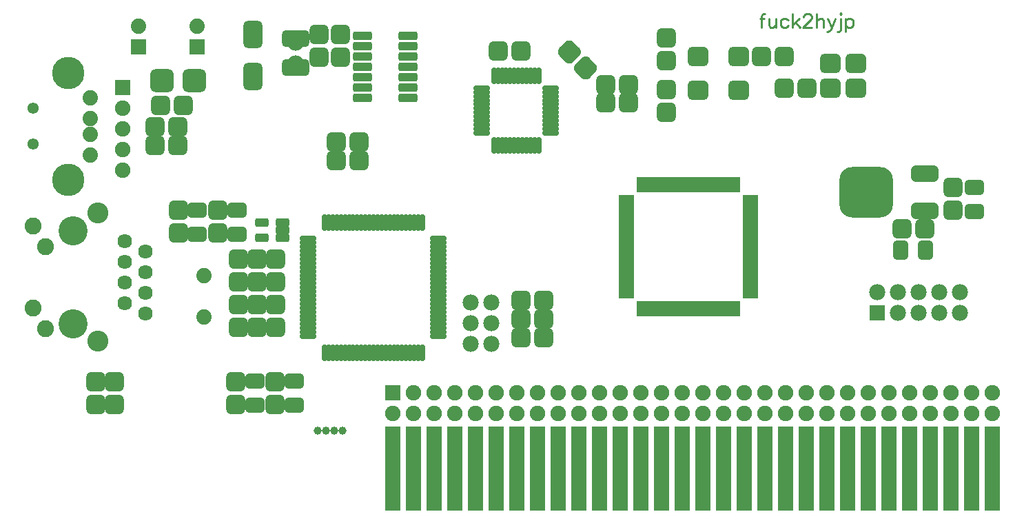
<source format=gts>
G04*
G04  File:            ZXINET.GTS, Tue Jan 09 01:03:29 2018*
G04  Source:          P-CAD 2006 PCB, Version 19.02.958, (Z:\home\lvd\d\zxiznet\pcad\revC\zxinet.pcb)*
G04  Format:          Gerber Format (RS-274-D), ASCII*
G04*
G04  Format Options:  Absolute Positioning*
G04                   Leading-Zero Suppression*
G04                   Scale Factor 1:1*
G04                   NO Circular Interpolation*
G04                   Millimeter Units*
G04                   Numeric Format: 4.4 (XXXX.XXXX)*
G04                   G54 NOT Used for Aperture Change*
G04                   Apertures Embedded*
G04*
G04  File Options:    Offset = (0.000mm,0.000mm)*
G04                   Drill Symbol Size = 2.032mm*
G04                   No Pad/Via Holes*
G04*
G04  File Contents:   Pads*
G04                   No Vias*
G04                   No Designators*
G04                   No Types*
G04                   No Values*
G04                   No Drill Symbols*
G04                   Top Mask*
G04*
%INZXINET.GTS*%
%ICAS*%
%MOMM*%
G04*
G04  Aperture MACROs for general use --- invoked via D-code assignment *
G04*
G04  General MACRO for flashed round with rotation and/or offset hole *
%AMROTOFFROUND*
1,1,$1,0.0000,0.0000*
1,0,$2,$3,$4*%
G04*
G04  General MACRO for flashed oval (obround) with rotation and/or offset hole *
%AMROTOFFOVAL*
21,1,$1,$2,0.0000,0.0000,$3*
1,1,$4,$5,$6*
1,1,$4,0-$5,0-$6*
1,0,$7,$8,$9*%
G04*
G04  General MACRO for flashed oval (obround) with rotation and no hole *
%AMROTOVALNOHOLE*
21,1,$1,$2,0.0000,0.0000,$3*
1,1,$4,$5,$6*
1,1,$4,0-$5,0-$6*%
G04*
G04  General MACRO for flashed rectangle with rotation and/or offset hole *
%AMROTOFFRECT*
21,1,$1,$2,0.0000,0.0000,$3*
1,0,$4,$5,$6*%
G04*
G04  General MACRO for flashed rectangle with rotation and no hole *
%AMROTRECTNOHOLE*
21,1,$1,$2,0.0000,0.0000,$3*%
G04*
G04  General MACRO for flashed rounded-rectangle *
%AMROUNDRECT*
21,1,$1,$2-$4,0.0000,0.0000,$3*
21,1,$1-$4,$2,0.0000,0.0000,$3*
1,1,$4,$5,$6*
1,1,$4,$7,$8*
1,1,$4,0-$5,0-$6*
1,1,$4,0-$7,0-$8*
1,0,$9,$10,$11*%
G04*
G04  General MACRO for flashed rounded-rectangle with rotation and no hole *
%AMROUNDRECTNOHOLE*
21,1,$1,$2-$4,0.0000,0.0000,$3*
21,1,$1-$4,$2,0.0000,0.0000,$3*
1,1,$4,$5,$6*
1,1,$4,$7,$8*
1,1,$4,0-$5,0-$6*
1,1,$4,0-$7,0-$8*%
G04*
G04  General MACRO for flashed regular polygon *
%AMREGPOLY*
5,1,$1,0.0000,0.0000,$2,$3+$4*
1,0,$5,$6,$7*%
G04*
G04  General MACRO for flashed regular polygon with no hole *
%AMREGPOLYNOHOLE*
5,1,$1,0.0000,0.0000,$2,$3+$4*%
G04*
G04  General MACRO for target *
%AMTARGET*
6,0,0,$1,$2,$3,4,$4,$5,$6*%
G04*
G04  General MACRO for mounting hole *
%AMMTHOLE*
1,1,$1,0,0*
1,0,$2,0,0*
$1=$1-$2*
$1=$1/2*
21,1,$2+$1,$3,0,0,$4*
21,1,$3,$2+$1,0,0,$4*%
G04*
G04*
G04  D10 : "Ellipse X0.254mm Y0.254mm H0.000mm 0.0deg (0.000mm,0.000mm) Draw"*
G04  Disc: OuterDia=0.2540*
%ADD10C, 0.2540*%
G04  D11 : "Ellipse X0.381mm Y0.381mm H0.000mm 0.0deg (0.000mm,0.000mm) Draw"*
G04  Disc: OuterDia=0.3810*
%ADD11C, 0.3810*%
G04  D12 : "Ellipse X0.500mm Y0.500mm H0.000mm 0.0deg (0.000mm,0.000mm) Draw"*
G04  Disc: OuterDia=0.5000*
%ADD12C, 0.5000*%
G04  D13 : "Ellipse X0.070mm Y0.070mm H0.000mm 0.0deg (0.000mm,0.000mm) Draw"*
G04  Disc: OuterDia=0.0700*
%ADD13C, 0.0700*%
G04  D14 : "Ellipse X0.600mm Y0.600mm H0.000mm 0.0deg (0.000mm,0.000mm) Draw"*
G04  Disc: OuterDia=0.6000*
%ADD14C, 0.6000*%
G04  D15 : "Ellipse X0.700mm Y0.700mm H0.000mm 0.0deg (0.000mm,0.000mm) Draw"*
G04  Disc: OuterDia=0.7000*
%ADD15C, 0.7000*%
G04  D16 : "Ellipse X0.100mm Y0.100mm H0.000mm 0.0deg (0.000mm,0.000mm) Draw"*
G04  Disc: OuterDia=0.1000*
%ADD16C, 0.1000*%
G04  D17 : "Ellipse X1.000mm Y1.000mm H0.000mm 0.0deg (0.000mm,0.000mm) Draw"*
G04  Disc: OuterDia=1.0000*
%ADD17C, 1.0000*%
G04  D18 : "Ellipse X0.127mm Y0.127mm H0.000mm 0.0deg (0.000mm,0.000mm) Draw"*
G04  Disc: OuterDia=0.1270*
%ADD18C, 0.1270*%
G04  D19 : "Ellipse X0.150mm Y0.150mm H0.000mm 0.0deg (0.000mm,0.000mm) Draw"*
G04  Disc: OuterDia=0.1500*
%ADD19C, 0.1500*%
G04  D20 : "Ellipse X0.200mm Y0.200mm H0.000mm 0.0deg (0.000mm,0.000mm) Draw"*
G04  Disc: OuterDia=0.2000*
%ADD20C, 0.2000*%
G04  D21 : "Ellipse X0.250mm Y0.250mm H0.000mm 0.0deg (0.000mm,0.000mm) Draw"*
G04  Disc: OuterDia=0.2500*
%ADD21C, 0.2500*%
G04  D22 : "Ellipse X0.250mm Y0.250mm H0.000mm 0.0deg (0.000mm,0.000mm) Draw"*
G04  Disc: OuterDia=0.2500*
%ADD22C, 0.2500*%
G04  D23 : "Ellipse X2.581mm Y2.581mm H0.000mm 0.0deg (0.000mm,0.000mm) Flash"*
G04  Disc: OuterDia=2.5810*
%ADD23C, 2.5810*%
G04  D24 : "Ellipse X3.581mm Y3.581mm H0.000mm 0.0deg (0.000mm,0.000mm) Flash"*
G04  Disc: OuterDia=3.5810*
%ADD24C, 3.5810*%
G04  D25 : "Ellipse X3.600mm Y3.600mm H0.000mm 0.0deg (0.000mm,0.000mm) Flash"*
G04  Disc: OuterDia=3.6000*
%ADD25C, 3.6000*%
G04  D26 : "Ellipse X3.981mm Y3.981mm H0.000mm 0.0deg (0.000mm,0.000mm) Flash"*
G04  Disc: OuterDia=3.9810*
%ADD26C, 3.9810*%
G04  D27 : "Ellipse X0.981mm Y0.981mm H0.000mm 0.0deg (0.000mm,0.000mm) Flash"*
G04  Disc: OuterDia=0.9810*
%ADD27C, 0.9810*%
G04  D28 : "Ellipse X1.381mm Y1.381mm H0.000mm 0.0deg (0.000mm,0.000mm) Flash"*
G04  Disc: OuterDia=1.3810*
%ADD28C, 1.3810*%
G04  D29 : "Ellipse X1.400mm Y1.400mm H0.000mm 0.0deg (0.000mm,0.000mm) Flash"*
G04  Disc: OuterDia=1.4000*
%ADD29C, 1.4000*%
G04  D30 : "Ellipse X1.500mm Y1.500mm H0.000mm 0.0deg (0.000mm,0.000mm) Flash"*
G04  Disc: OuterDia=1.5000*
%ADD30C, 1.5000*%
G04  D31 : "Ellipse X1.524mm Y1.524mm H0.000mm 0.0deg (0.000mm,0.000mm) Flash"*
G04  Disc: OuterDia=1.5240*
%ADD31C, 1.5240*%
G04  D32 : "Ellipse X1.600mm Y1.600mm H0.000mm 0.0deg (0.000mm,0.000mm) Flash"*
G04  Disc: OuterDia=1.6000*
%ADD32C, 1.6000*%
G04  D33 : "Ellipse X1.700mm Y1.700mm H0.000mm 0.0deg (0.000mm,0.000mm) Flash"*
G04  Disc: OuterDia=1.7000*
%ADD33C, 1.7000*%
G04  D34 : "Ellipse X1.781mm Y1.781mm H0.000mm 0.0deg (0.000mm,0.000mm) Flash"*
G04  Disc: OuterDia=1.7810*
%ADD34C, 1.7810*%
G04  D35 : "Ellipse X1.881mm Y1.881mm H0.000mm 0.0deg (0.000mm,0.000mm) Flash"*
G04  Disc: OuterDia=1.8810*
%ADD35C, 1.8810*%
G04  D36 : "Ellipse X1.905mm Y1.905mm H0.000mm 0.0deg (0.000mm,0.000mm) Flash"*
G04  Disc: OuterDia=1.9050*
%ADD36C, 1.9050*%
G04  D37 : "Ellipse X1.981mm Y1.981mm H0.000mm 0.0deg (0.000mm,0.000mm) Flash"*
G04  Disc: OuterDia=1.9810*
%ADD37C, 1.9810*%
G04  D38 : "Ellipse X2.081mm Y2.081mm H0.000mm 0.0deg (0.000mm,0.000mm) Flash"*
G04  Disc: OuterDia=2.0810*
%ADD38C, 2.0810*%
G04  D39 : "Ellipse X2.200mm Y2.200mm H0.000mm 0.0deg (0.000mm,0.000mm) Flash"*
G04  Disc: OuterDia=2.2000*
%ADD39C, 2.2000*%
G04  D40 : "Mounting Hole X3.200mm Y3.200mm H0.000mm 0.0deg (0.000mm,0.000mm) Flash"*
G04  Mounting Hole: Diameter=3.2000, Rotation=0.0, LineWidth=0.1270 *
%ADD40MTHOLE, 3.2000 X2.6920 X0.1270 X0.0*%
G04  D41 : "Mounting Hole X0.600mm Y0.600mm H0.000mm 0.0deg (0.000mm,0.000mm) Flash"*
G04  Mounting Hole: Diameter=0.6000, Rotation=0.0, LineWidth=0.1270 *
%ADD41MTHOLE, 0.6000 X0.0920 X0.1270 X0.0*%
G04  D42 : "Mounting Hole X1.000mm Y1.000mm H0.000mm 0.0deg (0.000mm,0.000mm) Flash"*
G04  Mounting Hole: Diameter=1.0000, Rotation=0.0, LineWidth=0.1270 *
%ADD42MTHOLE, 1.0000 X0.4920 X0.1270 X0.0*%
G04  D43 : "Rounded Rectangle X2.581mm Y2.381mm H0.000mm 0.0deg (0.000mm,0.000mm) Flash"*
G04  RoundRct: DimX=2.5810, DimY=2.3810, CornerRad=0.5953, Rotation=0.0, OffsetX=0.0000, OffsetY=0.0000, HoleDia=0.0000 *
%ADD43ROUNDRECTNOHOLE, 2.5810 X2.3810 X0.0 X1.1905 X-0.6953 X-0.5953 X-0.6953 X0.5953*%
G04  D44 : "Rounded Rectangle X2.881mm Y2.881mm H0.000mm 0.0deg (0.000mm,0.000mm) Flash"*
G04  RoundRct: DimX=2.8810, DimY=2.8810, CornerRad=0.7203, Rotation=0.0, OffsetX=0.0000, OffsetY=0.0000, HoleDia=0.0000 *
%ADD44ROUNDRECTNOHOLE, 2.8810 X2.8810 X0.0 X1.4405 X-0.7203 X-0.7203 X-0.7203 X0.7203*%
G04  D45 : "Rounded Rectangle X3.000mm Y1.600mm H0.000mm 0.0deg (0.000mm,0.000mm) Flash"*
G04  RoundRct: DimX=3.0000, DimY=1.6000, CornerRad=0.4000, Rotation=0.0, OffsetX=0.0000, OffsetY=0.0000, HoleDia=0.0000 *
%ADD45ROUNDRECTNOHOLE, 3.0000 X1.6000 X0.0 X0.8000 X-1.1000 X-0.4000 X-1.1000 X0.4000*%
G04  D46 : "Rounded Rectangle X2.000mm Y3.000mm H0.000mm 0.0deg (0.000mm,0.000mm) Flash"*
G04  RoundRct: DimX=2.0000, DimY=3.0000, CornerRad=0.5000, Rotation=0.0, OffsetX=0.0000, OffsetY=0.0000, HoleDia=0.0000 *
%ADD46ROUNDRECTNOHOLE, 2.0000 X3.0000 X0.0 X1.0000 X-0.5000 X-1.0000 X-0.5000 X1.0000*%
G04  D47 : "Rounded Rectangle X3.381mm Y1.981mm H0.000mm 0.0deg (0.000mm,0.000mm) Flash"*
G04  RoundRct: DimX=3.3810, DimY=1.9810, CornerRad=0.4953, Rotation=0.0, OffsetX=0.0000, OffsetY=0.0000, HoleDia=0.0000 *
%ADD47ROUNDRECTNOHOLE, 3.3810 X1.9810 X0.0 X0.9905 X-1.1953 X-0.4953 X-1.1953 X0.4953*%
G04  D48 : "Rounded Rectangle X2.381mm Y3.381mm H0.000mm 0.0deg (0.000mm,0.000mm) Flash"*
G04  RoundRct: DimX=2.3810, DimY=3.3810, CornerRad=0.5953, Rotation=0.0, OffsetX=0.0000, OffsetY=0.0000, HoleDia=0.0000 *
%ADD48ROUNDRECTNOHOLE, 2.3810 X3.3810 X0.0 X1.1905 X-0.5953 X-1.0953 X-0.5953 X1.0953*%
G04  D49 : "Rounded Rectangle X2.000mm Y0.500mm H0.000mm 0.0deg (0.000mm,0.000mm) Flash"*
G04  RoundRct: DimX=2.0000, DimY=0.5000, CornerRad=0.1250, Rotation=0.0, OffsetX=0.0000, OffsetY=0.0000, HoleDia=0.0000 *
%ADD49ROUNDRECTNOHOLE, 2.0000 X0.5000 X0.0 X0.2500 X-0.8750 X-0.1250 X-0.8750 X0.1250*%
G04  D50 : "Rounded Rectangle X6.200mm Y5.800mm H0.000mm 0.0deg (0.000mm,0.000mm) Flash"*
G04  RoundRct: DimX=6.2000, DimY=5.8000, CornerRad=1.4500, Rotation=0.0, OffsetX=0.0000, OffsetY=0.0000, HoleDia=0.0000 *
%ADD50ROUNDRECTNOHOLE, 6.2000 X5.8000 X0.0 X2.9000 X-1.6500 X-1.4500 X-1.6500 X1.4500*%
G04  D51 : "Rounded Rectangle X6.581mm Y6.181mm H0.000mm 0.0deg (0.000mm,0.000mm) Flash"*
G04  RoundRct: DimX=6.5810, DimY=6.1810, CornerRad=1.5453, Rotation=0.0, OffsetX=0.0000, OffsetY=0.0000, HoleDia=0.0000 *
%ADD51ROUNDRECTNOHOLE, 6.5810 X6.1810 X0.0 X3.0905 X-1.7453 X-1.5453 X-1.7453 X1.5453*%
G04  D52 : "Rounded Rectangle X1.300mm Y0.700mm H0.000mm 0.0deg (0.000mm,0.000mm) Flash"*
G04  RoundRct: DimX=1.3000, DimY=0.7000, CornerRad=0.1750, Rotation=0.0, OffsetX=0.0000, OffsetY=0.0000, HoleDia=0.0000 *
%ADD52ROUNDRECTNOHOLE, 1.3000 X0.7000 X0.0 X0.3500 X-0.4750 X-0.1750 X-0.4750 X0.1750*%
G04  D53 : "Rounded Rectangle X2.381mm Y0.881mm H0.000mm 0.0deg (0.000mm,0.000mm) Flash"*
G04  RoundRct: DimX=2.3810, DimY=0.8810, CornerRad=0.2203, Rotation=0.0, OffsetX=0.0000, OffsetY=0.0000, HoleDia=0.0000 *
%ADD53ROUNDRECTNOHOLE, 2.3810 X0.8810 X0.0 X0.4405 X-0.9703 X-0.2203 X-0.9703 X0.2203*%
G04  D54 : "Rounded Rectangle X1.681mm Y1.081mm H0.000mm 0.0deg (0.000mm,0.000mm) Flash"*
G04  RoundRct: DimX=1.6810, DimY=1.0810, CornerRad=0.2703, Rotation=0.0, OffsetX=0.0000, OffsetY=0.0000, HoleDia=0.0000 *
%ADD54ROUNDRECTNOHOLE, 1.6810 X1.0810 X0.0 X0.5405 X-0.5702 X-0.2703 X-0.5702 X0.2703*%
G04  D55 : "Rounded Rectangle X1.500mm Y2.000mm H0.000mm 0.0deg (0.000mm,0.000mm) Flash"*
G04  RoundRct: DimX=1.5000, DimY=2.0000, CornerRad=0.3750, Rotation=0.0, OffsetX=0.0000, OffsetY=0.0000, HoleDia=0.0000 *
%ADD55ROUNDRECTNOHOLE, 1.5000 X2.0000 X0.0 X0.7500 X-0.3750 X-0.6250 X-0.3750 X0.6250*%
G04  D56 : "Rounded Rectangle X2.000mm Y1.500mm H0.000mm 0.0deg (0.000mm,0.000mm) Flash"*
G04  RoundRct: DimX=2.0000, DimY=1.5000, CornerRad=0.3750, Rotation=0.0, OffsetX=0.0000, OffsetY=0.0000, HoleDia=0.0000 *
%ADD56ROUNDRECTNOHOLE, 2.0000 X1.5000 X0.0 X0.7500 X-0.6250 X-0.3750 X-0.6250 X0.3750*%
G04  D57 : "Rounded Rectangle X1.600mm Y0.300mm H0.000mm 0.0deg (0.000mm,0.000mm) Flash"*
G04  RoundRct: DimX=1.6000, DimY=0.3000, CornerRad=0.0750, Rotation=0.0, OffsetX=0.0000, OffsetY=0.0000, HoleDia=0.0000 *
%ADD57ROUNDRECTNOHOLE, 1.6000 X0.3000 X0.0 X0.1500 X-0.7250 X-0.0750 X-0.7250 X0.0750*%
G04  D58 : "Rounded Rectangle X0.300mm Y1.600mm H0.000mm 0.0deg (0.000mm,0.000mm) Flash"*
G04  RoundRct: DimX=0.3000, DimY=1.6000, CornerRad=0.0750, Rotation=0.0, OffsetX=0.0000, OffsetY=0.0000, HoleDia=0.0000 *
%ADD58ROUNDRECTNOHOLE, 0.3000 X1.6000 X0.0 X0.1500 X-0.0750 X-0.7250 X-0.0750 X0.7250*%
G04  D59 : "Rounded Rectangle X3.000mm Y1.700mm H0.000mm 0.0deg (0.000mm,0.000mm) Flash"*
G04  RoundRct: DimX=3.0000, DimY=1.7000, CornerRad=0.4250, Rotation=0.0, OffsetX=0.0000, OffsetY=0.0000, HoleDia=0.0000 *
%ADD59ROUNDRECTNOHOLE, 3.0000 X1.7000 X0.0 X0.8500 X-1.0750 X-0.4250 X-1.0750 X0.4250*%
G04  D60 : "Rounded Rectangle X1.881mm Y2.381mm H0.000mm 0.0deg (0.000mm,0.000mm) Flash"*
G04  RoundRct: DimX=1.8810, DimY=2.3810, CornerRad=0.4703, Rotation=0.0, OffsetX=0.0000, OffsetY=0.0000, HoleDia=0.0000 *
%ADD60ROUNDRECTNOHOLE, 1.8810 X2.3810 X0.0 X0.9405 X-0.4703 X-0.7203 X-0.4703 X0.7203*%
G04  D61 : "Rounded Rectangle X2.381mm Y1.881mm H0.000mm 0.0deg (0.000mm,0.000mm) Flash"*
G04  RoundRct: DimX=2.3810, DimY=1.8810, CornerRad=0.4703, Rotation=0.0, OffsetX=0.0000, OffsetY=0.0000, HoleDia=0.0000 *
%ADD61ROUNDRECTNOHOLE, 2.3810 X1.8810 X0.0 X0.9405 X-0.7203 X-0.4703 X-0.7203 X0.4703*%
G04  D62 : "Rounded Rectangle X1.981mm Y0.681mm H0.000mm 0.0deg (0.000mm,0.000mm) Flash"*
G04  RoundRct: DimX=1.9810, DimY=0.6810, CornerRad=0.1703, Rotation=0.0, OffsetX=0.0000, OffsetY=0.0000, HoleDia=0.0000 *
%ADD62ROUNDRECTNOHOLE, 1.9810 X0.6810 X0.0 X0.3405 X-0.8203 X-0.1703 X-0.8203 X0.1703*%
G04  D63 : "Rounded Rectangle X0.681mm Y1.981mm H0.000mm 0.0deg (0.000mm,0.000mm) Flash"*
G04  RoundRct: DimX=0.6810, DimY=1.9810, CornerRad=0.1703, Rotation=0.0, OffsetX=0.0000, OffsetY=0.0000, HoleDia=0.0000 *
%ADD63ROUNDRECTNOHOLE, 0.6810 X1.9810 X0.0 X0.3405 X-0.1703 X-0.8203 X-0.1703 X0.8203*%
G04  D64 : "Rounded Rectangle X3.000mm Y2.000mm H0.000mm 0.0deg (0.000mm,0.000mm) Flash"*
G04  RoundRct: DimX=3.0000, DimY=2.0000, CornerRad=0.5000, Rotation=0.0, OffsetX=0.0000, OffsetY=0.0000, HoleDia=0.0000 *
%ADD64ROUNDRECTNOHOLE, 3.0000 X2.0000 X0.0 X1.0000 X-1.0000 X-0.5000 X-1.0000 X0.5000*%
G04  D65 : "Rounded Rectangle X2.000mm Y0.650mm H0.000mm 0.0deg (0.000mm,0.000mm) Flash"*
G04  RoundRct: DimX=2.0000, DimY=0.6500, CornerRad=0.1625, Rotation=0.0, OffsetX=0.0000, OffsetY=0.0000, HoleDia=0.0000 *
%ADD65ROUNDRECTNOHOLE, 2.0000 X0.6500 X0.0 X0.3250 X-0.8375 X-0.1625 X-0.8375 X0.1625*%
G04  D66 : "Rounded Rectangle X2.000mm Y2.000mm H0.000mm 0.0deg (0.000mm,0.000mm) Flash"*
G04  RoundRct: DimX=2.0000, DimY=2.0000, CornerRad=0.5000, Rotation=0.0, OffsetX=0.0000, OffsetY=0.0000, HoleDia=0.0000 *
%ADD66ROUNDRECTNOHOLE, 2.0000 X2.0000 X0.0 X1.0000 X-0.5000 X-0.5000 X-0.5000 X0.5000*%
G04  D67 : "Rounded Rectangle X3.381mm Y2.081mm H0.000mm 0.0deg (0.000mm,0.000mm) Flash"*
G04  RoundRct: DimX=3.3810, DimY=2.0810, CornerRad=0.5202, Rotation=0.0, OffsetX=0.0000, OffsetY=0.0000, HoleDia=0.0000 *
%ADD67ROUNDRECTNOHOLE, 3.3810 X2.0810 X0.0 X1.0405 X-1.1703 X-0.5202 X-1.1703 X0.5202*%
G04  D68 : "Rounded Rectangle X2.200mm Y2.000mm H0.000mm 0.0deg (0.000mm,0.000mm) Flash"*
G04  RoundRct: DimX=2.2000, DimY=2.0000, CornerRad=0.5000, Rotation=0.0, OffsetX=0.0000, OffsetY=0.0000, HoleDia=0.0000 *
%ADD68ROUNDRECTNOHOLE, 2.2000 X2.0000 X0.0 X1.0000 X-0.6000 X-0.5000 X-0.6000 X0.5000*%
G04  D69 : "Rounded Rectangle X3.381mm Y2.381mm H0.000mm 0.0deg (0.000mm,0.000mm) Flash"*
G04  RoundRct: DimX=3.3810, DimY=2.3810, CornerRad=0.5953, Rotation=0.0, OffsetX=0.0000, OffsetY=0.0000, HoleDia=0.0000 *
%ADD69ROUNDRECTNOHOLE, 3.3810 X2.3810 X0.0 X1.1905 X-1.0953 X-0.5953 X-1.0953 X0.5953*%
G04  D70 : "Rounded Rectangle X2.381mm Y1.031mm H0.000mm 0.0deg (0.000mm,0.000mm) Flash"*
G04  RoundRct: DimX=2.3810, DimY=1.0310, CornerRad=0.2578, Rotation=0.0, OffsetX=0.0000, OffsetY=0.0000, HoleDia=0.0000 *
%ADD70ROUNDRECTNOHOLE, 2.3810 X1.0310 X0.0 X0.5155 X-0.9328 X-0.2578 X-0.9328 X0.2578*%
G04  D71 : "Rounded Rectangle X2.381mm Y2.381mm H0.000mm 0.0deg (0.000mm,0.000mm) Flash"*
G04  RoundRct: DimX=2.3810, DimY=2.3810, CornerRad=0.5953, Rotation=0.0, OffsetX=0.0000, OffsetY=0.0000, HoleDia=0.0000 *
%ADD71ROUNDRECTNOHOLE, 2.3810 X2.3810 X0.0 X1.1905 X-0.5953 X-0.5953 X-0.5953 X0.5953*%
G04  D72 : "Rounded Rectangle X2.500mm Y2.500mm H0.000mm 0.0deg (0.000mm,0.000mm) Flash"*
G04  RoundRct: DimX=2.5000, DimY=2.5000, CornerRad=0.6250, Rotation=0.0, OffsetX=0.0000, OffsetY=0.0000, HoleDia=0.0000 *
%ADD72ROUNDRECTNOHOLE, 2.5000 X2.5000 X0.0 X1.2500 X-0.6250 X-0.6250 X-0.6250 X0.6250*%
G04  D73 : "Rectangle X1.500mm Y10.000mm H0.000mm 0.0deg (0.000mm,0.000mm) Flash"*
G04  Rectangular: DimX=1.5000, DimY=10.0000, Rotation=0.0, OffsetX=0.0000, OffsetY=0.0000, HoleDia=0.0000 *
%ADD73R, 1.5000 X10.0000*%
G04  D74 : "Rectangle X1.500mm Y1.500mm H0.000mm 0.0deg (0.000mm,0.000mm) Flash"*
G04  Square: Side=1.5000, Rotation=0.0, OffsetX=0.0000, OffsetY=0.0000, HoleDia=0.0000*
%ADD74R, 1.5000 X1.5000*%
G04  D75 : "Rectangle X1.524mm Y1.524mm H0.000mm 0.0deg (0.000mm,0.000mm) Flash"*
G04  Square: Side=1.5240, Rotation=0.0, OffsetX=0.0000, OffsetY=0.0000, HoleDia=0.0000*
%ADD75R, 1.5240 X1.5240*%
G04  D76 : "Rectangle X1.600mm Y0.300mm H0.000mm 0.0deg (0.000mm,0.000mm) Flash"*
G04  Rectangular: DimX=1.6000, DimY=0.3000, Rotation=0.0, OffsetX=0.0000, OffsetY=0.0000, HoleDia=0.0000 *
%ADD76R, 1.6000 X0.3000*%
G04  D77 : "Rectangle X0.300mm Y1.600mm H0.000mm 0.0deg (0.000mm,0.000mm) Flash"*
G04  Rectangular: DimX=0.3000, DimY=1.6000, Rotation=0.0, OffsetX=0.0000, OffsetY=0.0000, HoleDia=0.0000 *
%ADD77R, 0.3000 X1.6000*%
G04  D78 : "Rectangle X1.600mm Y1.600mm H0.000mm 0.0deg (0.000mm,0.000mm) Flash"*
G04  Square: Side=1.6000, Rotation=0.0, OffsetX=0.0000, OffsetY=0.0000, HoleDia=0.0000*
%ADD78R, 1.6000 X1.6000*%
G04  D79 : "Rectangle X1.881mm Y10.381mm H0.000mm 0.0deg (0.000mm,0.000mm) Flash"*
G04  Rectangular: DimX=1.8810, DimY=10.3810, Rotation=0.0, OffsetX=0.0000, OffsetY=0.0000, HoleDia=0.0000 *
%ADD79R, 1.8810 X10.3810*%
G04  D80 : "Rectangle X1.881mm Y1.881mm H0.000mm 0.0deg (0.000mm,0.000mm) Flash"*
G04  Square: Side=1.8810, Rotation=0.0, OffsetX=0.0000, OffsetY=0.0000, HoleDia=0.0000*
%ADD80R, 1.8810 X1.8810*%
G04  D81 : "Rectangle X1.905mm Y1.905mm H0.000mm 0.0deg (0.000mm,0.000mm) Flash"*
G04  Square: Side=1.9050, Rotation=0.0, OffsetX=0.0000, OffsetY=0.0000, HoleDia=0.0000*
%ADD81R, 1.9050 X1.9050*%
G04  D82 : "Rectangle X1.981mm Y0.681mm H0.000mm 0.0deg (0.000mm,0.000mm) Flash"*
G04  Rectangular: DimX=1.9810, DimY=0.6810, Rotation=0.0, OffsetX=0.0000, OffsetY=0.0000, HoleDia=0.0000 *
%ADD82R, 1.9810 X0.6810*%
G04  D83 : "Rectangle X0.681mm Y1.981mm H0.000mm 0.0deg (0.000mm,0.000mm) Flash"*
G04  Rectangular: DimX=0.6810, DimY=1.9810, Rotation=0.0, OffsetX=0.0000, OffsetY=0.0000, HoleDia=0.0000 *
%ADD83R, 0.6810 X1.9810*%
G04  D84 : "Rectangle X1.981mm Y1.981mm H0.000mm 0.0deg (0.000mm,0.000mm) Flash"*
G04  Square: Side=1.9810, Rotation=0.0, OffsetX=0.0000, OffsetY=0.0000, HoleDia=0.0000*
%ADD84R, 1.9810 X1.9810*%
G04  D85 : "Ellipse X5.500mm Y5.500mm H0.000mm 0.0deg (0.000mm,0.000mm) Flash"*
G04  Disc: OuterDia=5.5000*
%ADD85C, 5.5000*%
G04  D86 : "Ellipse X5.881mm Y5.881mm H0.000mm 0.0deg (0.000mm,0.000mm) Flash"*
G04  Disc: OuterDia=5.8810*
%ADD86C, 5.8810*%
G04  D87 : "Ellipse X1.000mm Y1.000mm H0.000mm 0.0deg (0.000mm,0.000mm) Flash"*
G04  Disc: OuterDia=1.0000*
%ADD87C, 1.0000*%
G04*
%FSLAX44Y44*%
%SFA1B1*%
%OFA0.000B0.000*%
G04*
G71*
G90*
G01*
D2*
%LNTop Mask*%
D10*
X1115937Y4542225*
X1114350D1*
X1112762Y4541431*
X1111968Y4539050*
Y4525556*
X1109587Y4536668D2*
X1115143D1*
X1120700D2*
Y4528731D1*
X1121493Y4526350*
X1123081Y4525556*
X1125462*
X1127050Y4526350*
X1129431Y4528731*
Y4536668D2*
Y4525556D1*
X1144512Y4534287D2*
X1142924Y4535875D1*
X1141337Y4536668*
X1138956*
X1137368Y4535875*
X1135781Y4534287*
X1134987Y4531906*
Y4530318*
X1135781Y4527937*
X1137368Y4526350*
X1138956Y4525556*
X1141337*
X1142924Y4526350*
X1144512Y4527937*
X1150068Y4542225D2*
Y4525556D1*
X1158006Y4536668D2*
X1150068Y4528731D1*
X1153243Y4531906D2*
X1158799Y4525556D1*
X1163562Y4538256D2*
Y4539050D1*
X1164356Y4540637*
X1165150Y4541431*
X1166737Y4542225*
X1169912*
X1171500Y4541431*
X1172293Y4540637*
X1173087Y4539050*
Y4537462*
X1172293Y4535875*
X1170706Y4533493*
X1162768Y4525556*
X1173881*
X1179437Y4542225D2*
Y4525556D1*
Y4533493D2*
X1181818Y4535875D1*
X1183406Y4536668*
X1185787*
X1187375Y4535875*
X1188168Y4533493*
Y4525556*
X1192931Y4536668D2*
X1197693Y4525556D1*
X1196106Y4522381*
X1194518Y4520793*
X1192931Y4520000*
X1192137*
X1202456Y4536668D2*
X1197693Y4525556D1*
X1208012Y4542225D2*
X1208806Y4541431D1*
X1209599Y4542225*
X1208806Y4543018*
X1208012Y4542225*
X1208806Y4536668D2*
Y4523175D1*
X1208012Y4520793*
X1206424Y4520000*
X1204837*
X1215156Y4536668D2*
Y4520000D1*
Y4534287D2*
X1216743Y4535875D1*
X1218331Y4536668*
X1220712*
X1222299Y4535875*
X1223887Y4534287*
X1224681Y4531906*
Y4530318*
X1223887Y4527937*
X1222299Y4526350*
X1220712Y4525556*
X1218331*
X1216743Y4526350*
X1215156Y4527937*
D2*
D71*
X514000Y4062000D3*
Y4089940D3*
D61*
X489000Y4091000D3*
Y4061000D3*
D71*
X515000Y4213000D3*
Y4240940D3*
X492000Y4213000D3*
Y4240940D3*
D27*
X596500Y4030500D3*
X586500D3*
X576500D3*
X566500D3*
D71*
X1347000Y4329000D3*
Y4301060D3*
D35*
X346000Y4527000D3*
D80*
Y4501600D3*
D35*
X427000Y4170200D3*
Y4221000D3*
X418000Y4527000D3*
D80*
Y4501600D3*
D71*
X492000Y4157000D3*
Y4184940D3*
X515000Y4157000D3*
Y4184940D3*
X594000Y4489000D3*
Y4516940D3*
X568000Y4489000D3*
Y4516940D3*
X816000Y4497000D3*
X788060D3*
D10*
X871907Y4484258*
X878678D1*
X870655Y4485476D2*
X879930D1*
X869437Y4486694D2*
X881148D1*
X868219Y4487911D2*
X882365D1*
X867002Y4489129D2*
X883583D1*
X865784Y4490346D2*
X884801D1*
X864567Y4491564D2*
X886018D1*
X863457Y4492782D2*
X887128D1*
X862804Y4493999D2*
X887781D1*
X862501Y4495217D2*
X888084D1*
X862486Y4496434D2*
X888099D1*
X862766Y4497652D2*
X887819D1*
X863379Y4498870D2*
X887206D1*
X864461Y4500087D2*
X886124D1*
X865679Y4501305D2*
X884906D1*
X866896Y4502522D2*
X883688D1*
X868114Y4503740D2*
X882471D1*
X869332Y4504958D2*
X881253D1*
X870549Y4506175D2*
X880036D1*
X871791Y4507393D2*
X878794D1*
X874242Y4508610D2*
X876343D1*
X886573Y4492118D2*
X886923Y4492505D1*
X887234Y4492924*
X887502Y4493372*
X887725Y4493843*
X887901Y4494335*
X888028Y4494841*
X888104Y4495357*
X888130Y4495878*
X888104Y4496399*
X888028Y4496916*
X887901Y4497422*
X887725Y4497913*
X887502Y4498385*
X887234Y4498832*
X886923Y4499252*
X886573Y4499638*
X879052Y4507158*
X878666Y4507509*
X878247Y4507820*
X877799Y4508088*
X877327Y4508311*
X876836Y4508487*
X876330Y4508614*
X875814Y4508690*
X875292Y4508716*
X874771Y4508690*
X874255Y4508614*
X873749Y4508487*
X873258Y4508311*
X872786Y4508088*
X872338Y4507820*
X871919Y4507509*
X871532Y4507158*
X864012Y4499638*
X863662Y4499252*
X863351Y4498832*
X863083Y4498385*
X862860Y4497913*
X862684Y4497422*
X862557Y4496916*
X862480Y4496399*
X862455Y4495878*
X862480Y4495357*
X862557Y4494841*
X862684Y4494335*
X862860Y4493843*
X863083Y4493372*
X863351Y4492924*
X863662Y4492505*
X864012Y4492118*
X871532Y4484598*
X871919Y4484248*
X872338Y4483937*
X872786Y4483669*
X873258Y4483445*
X873749Y4483270*
X874255Y4483143*
X874771Y4483066*
X875292Y4483041*
X875814Y4483066*
X876330Y4483143*
X876836Y4483270*
X877327Y4483445*
X877799Y4483669*
X878247Y4483937*
X878666Y4484248*
X879052Y4484598*
X886573Y4492118*
X891664Y4464502D2*
X898434D1*
X890411Y4465719D2*
X899687D1*
X889194Y4466937D2*
X900904D1*
X887976Y4468155D2*
X902122D1*
X886758Y4469372D2*
X903340D1*
X885541Y4470590D2*
X904557D1*
X884323Y4471807D2*
X905775D1*
X883213Y4473025D2*
X906885D1*
X882560Y4474243D2*
X907538D1*
X882258Y4475460D2*
X907840D1*
X882242Y4476678D2*
X907856D1*
X882523Y4477895D2*
X907575D1*
X883135Y4479113D2*
X906963D1*
X884218Y4480331D2*
X905880D1*
X885435Y4481548D2*
X904663D1*
X886653Y4482766D2*
X903445D1*
X887871Y4483983D2*
X902227D1*
X889088Y4485201D2*
X901010D1*
X890306Y4486419D2*
X899792D1*
X891548Y4487636D2*
X898550D1*
X893999Y4488854D2*
X896099D1*
X906329Y4472362D2*
X906680Y4472748D1*
X906990Y4473167*
X907259Y4473615*
X907482Y4474087*
X907658Y4474578*
X907784Y4475084*
X907861Y4475600*
X907887Y4476122*
X907861Y4476643*
X907784Y4477159*
X907658Y4477665*
X907482Y4478157*
X907259Y4478628*
X906990Y4479076*
X906680Y4479495*
X906329Y4479882*
X898809Y4487402*
X898422Y4487752*
X898003Y4488063*
X897556Y4488331*
X897084Y4488554*
X896593Y4488730*
X896086Y4488857*
X895570Y4488934*
X895049Y4488959*
X894528Y4488934*
X894012Y4488857*
X893506Y4488730*
X893014Y4488554*
X892542Y4488331*
X892095Y4488063*
X891676Y4487752*
X891289Y4487402*
X883769Y4479882*
X883418Y4479495*
X883108Y4479076*
X882839Y4478628*
X882616Y4478157*
X882440Y4477665*
X882314Y4477159*
X882237Y4476643*
X882212Y4476122*
X882237Y4475600*
X882314Y4475084*
X882440Y4474578*
X882616Y4474087*
X882839Y4473615*
X883108Y4473167*
X883418Y4472748*
X883769Y4472362*
X891289Y4464842*
X891676Y4464491*
X892095Y4464180*
X892542Y4463912*
X893014Y4463689*
X893506Y4463513*
X894012Y4463386*
X894528Y4463310*
X895049Y4463284*
X895570Y4463310*
X896086Y4463386*
X896593Y4463513*
X897084Y4463689*
X897556Y4463912*
X898003Y4464180*
X898422Y4464491*
X898809Y4464842*
X906329Y4472362*
D2*
D71*
X444000Y4273000D3*
Y4300940D3*
D61*
X418000Y4301000D3*
Y4271000D3*
D71*
X395000Y4301000D3*
Y4273060D3*
X294000Y4090000D3*
Y4062060D3*
X317000Y4090000D3*
Y4062060D3*
X466000Y4090000D3*
Y4062060D3*
D61*
X538000Y4091000D3*
Y4061000D3*
D71*
X469000Y4213000D3*
Y4240940D3*
X617000Y4385000D3*
X589060D3*
X617000Y4362000D3*
X589060D3*
X366560Y4380960D3*
X394500D3*
X366560Y4403820D3*
X394500D3*
D44*
X415000Y4460000D3*
X375000D3*
D37*
X780100Y4162010D3*
X754700D3*
D71*
X816000Y4144000D3*
X843940D3*
X816000Y4167000D3*
X843940D3*
X1140000Y4451000D3*
X1167940D3*
D43*
X1228000D3*
Y4481000D3*
X1196000Y4451000D3*
Y4481000D3*
D60*
X1283000Y4252000D3*
X1313000D3*
D61*
X1373000Y4329000D3*
Y4299000D3*
D35*
X287000Y4369000D3*
Y4439000D3*
Y4414000D3*
Y4394000D3*
D26*
X259900Y4338300D3*
Y4469700D3*
D28*
X217000Y4426000D3*
Y4382000D3*
D71*
X469000Y4185000D3*
Y4157060D3*
D54*
X523500Y4276500D3*
Y4286000D3*
X497500D3*
X523500Y4267000D3*
X497500D3*
D48*
X487000Y4465000D3*
Y4517000D3*
D71*
X401000Y4430000D3*
X373060D3*
D67*
X539000Y4476220D3*
D37*
Y4481300D3*
D67*
Y4511780D3*
D37*
Y4506700D3*
X780100Y4136610D3*
X754700D3*
X780100Y4187410D3*
X754700D3*
D71*
X816000Y4190000D3*
X843940D3*
D63*
X783000Y4466000D3*
X788000D3*
X793000D3*
X798000D3*
X803000D3*
X808000D3*
D62*
X768000Y4426000D3*
Y4431000D3*
Y4436000D3*
Y4441000D3*
Y4446000D3*
Y4451000D3*
D63*
X818000Y4466000D3*
X823000D3*
X828000D3*
X833000D3*
X838000D3*
D62*
X853000Y4451000D3*
Y4446000D3*
Y4441000D3*
Y4436000D3*
Y4431000D3*
Y4426000D3*
D63*
X808000Y4381000D3*
X803000D3*
X798000D3*
X793000D3*
X788000D3*
X783000D3*
D62*
X768000Y4396000D3*
Y4401000D3*
Y4406000D3*
Y4411000D3*
Y4416000D3*
X853000Y4411000D3*
Y4406000D3*
Y4401000D3*
Y4396000D3*
D63*
X833000Y4381000D3*
X828000D3*
X823000D3*
X818000D3*
X838000D3*
D62*
X853000Y4416000D3*
D63*
X813000Y4466000D3*
Y4381000D3*
D62*
X768000Y4421000D3*
X853000D3*
D43*
X1034000Y4448000D3*
Y4490000D3*
X1084000Y4448000D3*
Y4490000D3*
D71*
X1140000D3*
X1112060D3*
X995000Y4421000D3*
Y4448940D3*
Y4513000D3*
Y4485060D3*
X1284000Y4278000D3*
X1311940D3*
D61*
X467000Y4301000D3*
Y4271000D3*
D71*
X920000Y4433000D3*
X947940D3*
X948000Y4455000D3*
X920060D3*
D63*
X655000Y4126000D3*
X660000D3*
X665000D3*
X670000D3*
X675000D3*
X680000D3*
X685000D3*
X690000D3*
X695000D3*
D62*
X715000Y4151000D3*
Y4146000D3*
D63*
X580000Y4126000D3*
X585000D3*
X590000D3*
X595000D3*
X600000D3*
X605000D3*
X610000D3*
X615000D3*
X620000D3*
X625000D3*
X630000D3*
X635000D3*
X640000D3*
X645000D3*
D62*
X555000Y4151000D3*
Y4146000D3*
X715000Y4226000D3*
Y4171000D3*
Y4176000D3*
Y4181000D3*
Y4186000D3*
Y4191000D3*
Y4196000D3*
Y4201000D3*
Y4206000D3*
Y4211000D3*
Y4216000D3*
Y4221000D3*
Y4166000D3*
X555000Y4186000D3*
Y4181000D3*
Y4176000D3*
Y4171000D3*
Y4226000D3*
Y4221000D3*
Y4216000D3*
Y4211000D3*
Y4206000D3*
Y4201000D3*
Y4196000D3*
Y4191000D3*
Y4166000D3*
X715000Y4246000D3*
Y4251000D3*
Y4256000D3*
Y4261000D3*
Y4266000D3*
Y4241000D3*
D63*
X690000Y4286000D3*
X685000D3*
X680000D3*
X675000D3*
X670000D3*
X665000D3*
X660000D3*
X655000D3*
X695000D3*
X615000D3*
X610000D3*
X605000D3*
X600000D3*
X595000D3*
X590000D3*
X585000D3*
X580000D3*
X645000D3*
X640000D3*
X635000D3*
X630000D3*
X625000D3*
X620000D3*
D62*
X555000Y4261000D3*
Y4256000D3*
Y4251000D3*
Y4246000D3*
Y4266000D3*
Y4241000D3*
D63*
X575000Y4126000D3*
X650000D3*
X575000Y4286000D3*
X650000D3*
D62*
X715000Y4156000D3*
Y4231000D3*
Y4236000D3*
Y4161000D3*
X555000Y4156000D3*
Y4231000D3*
Y4161000D3*
Y4236000D3*
D84*
X1254000Y4175000D3*
D37*
Y4200400D3*
X1355600D3*
Y4175000D3*
X1330200D3*
Y4200400D3*
X1304800Y4175000D3*
Y4200400D3*
X1279400Y4175000D3*
Y4200400D3*
D36*
X327000Y4426400D3*
Y4401000D3*
Y4350200D3*
Y4375600D3*
D81*
Y4451800D3*
D70*
X677000Y4515200D3*
Y4502500D3*
Y4477100D3*
Y4489800D3*
Y4451700D3*
Y4439000D3*
X621120Y4515200D3*
Y4502500D3*
Y4477100D3*
Y4489800D3*
Y4451700D3*
Y4439000D3*
X677000Y4464400D3*
X621120D3*
D47*
X1312580Y4300140D3*
Y4345860D3*
D51*
X1240780Y4323000D3*
D83*
X1082000Y4332000D3*
X1077000D3*
X1072000D3*
X1067000D3*
X1062000D3*
X1057000D3*
X1052000D3*
X1047000D3*
X1042000D3*
X1037000D3*
X1032000D3*
X1027000D3*
X1022000D3*
X1017000D3*
X1011999D3*
X1006999D3*
X1001999D3*
X996999D3*
X991999D3*
X986999D3*
X981999D3*
X977000D3*
X972000D3*
X967000D3*
X962000D3*
D82*
X946000Y4316000D3*
Y4311000D3*
Y4306000D3*
Y4301000D3*
Y4296000D3*
Y4291000D3*
Y4286000D3*
Y4281000D3*
Y4276000D3*
Y4271000D3*
Y4266000D3*
Y4260999D3*
Y4255999D3*
Y4250999D3*
Y4245999D3*
Y4240999D3*
Y4235999D3*
Y4230999D3*
Y4226000D3*
Y4221000D3*
Y4216000D3*
Y4211000D3*
Y4206000D3*
Y4201000D3*
Y4196000D3*
D83*
X962000Y4180000D3*
X967000D3*
X972000D3*
X977000D3*
X981999D3*
X986999D3*
X991999D3*
X996999D3*
X1001999D3*
X1006999D3*
X1011999D3*
X1017000D3*
X1022000D3*
X1027000D3*
X1032000D3*
X1037000D3*
X1042000D3*
X1047000D3*
X1052000D3*
X1057000D3*
X1062000D3*
X1067000D3*
X1072000D3*
X1077000D3*
X1082000D3*
D82*
X1098000Y4196000D3*
Y4201000D3*
Y4206000D3*
Y4211000D3*
Y4216000D3*
Y4221000D3*
Y4226000D3*
Y4230999D3*
Y4235999D3*
Y4240999D3*
Y4245999D3*
Y4250999D3*
Y4255999D3*
Y4260999D3*
Y4266000D3*
Y4271000D3*
Y4276000D3*
Y4281000D3*
Y4286000D3*
Y4291000D3*
Y4296000D3*
Y4301000D3*
Y4306000D3*
Y4311000D3*
Y4316000D3*
D23*
X296000Y4139800D3*
D38*
X231700Y4155300D3*
D34*
X329000Y4237600D3*
Y4212200D3*
D23*
X296000Y4297300D3*
D38*
X216500Y4281800D3*
D34*
X354400Y4174100D3*
Y4199500D3*
Y4224900D3*
Y4250300D3*
X329000Y4263000D3*
Y4186800D3*
D38*
X231700Y4256400D3*
X216500Y4180700D3*
D24*
X265500Y4161400D3*
Y4275700D3*
D79*
X658530Y3983860D3*
X709330D3*
X734730D3*
X785530D3*
X810930D3*
X861730D3*
X887130D3*
X937930D3*
X963330D3*
X1014130D3*
X1039530D3*
X1090330D3*
X1115730D3*
X1166530D3*
X1191930D3*
X1242730D3*
X1268130D3*
X1318930D3*
X1344330D3*
X1395130D3*
X683930D3*
X760130D3*
X836330D3*
X912530D3*
X988730D3*
X1064930D3*
X1141130D3*
X1217330D3*
X1293530D3*
X1369730D3*
D36*
X683930Y4076570D3*
D81*
X658530D3*
D36*
X734730D3*
X760130D3*
X810930D3*
X836330D3*
X887130D3*
X912530D3*
X963330D3*
X988730D3*
X1039530D3*
X1064930D3*
X1115730D3*
X1141130D3*
X1191930D3*
X1217330D3*
X1268130D3*
X1293530D3*
X1344330D3*
X1369730D3*
X658530Y4051170D3*
X683930D3*
X734730D3*
X760130D3*
X810930D3*
X836330D3*
X887130D3*
X912530D3*
X963330D3*
X988730D3*
X1039530D3*
X1064930D3*
X1115730D3*
X1141130D3*
X1191930D3*
X1217330D3*
X1268130D3*
X1293530D3*
X1344330D3*
X1369730D3*
X709330Y4076570D3*
X785530D3*
X861730D3*
X937930D3*
X1014130D3*
X1090330D3*
X1166530D3*
X1242730D3*
X1318930D3*
X1395130D3*
X709330Y4051170D3*
X785530D3*
X861730D3*
X937930D3*
X1014130D3*
X1090330D3*
X1166530D3*
X1242730D3*
X1318930D3*
X1395130D3*
D02M02*

</source>
